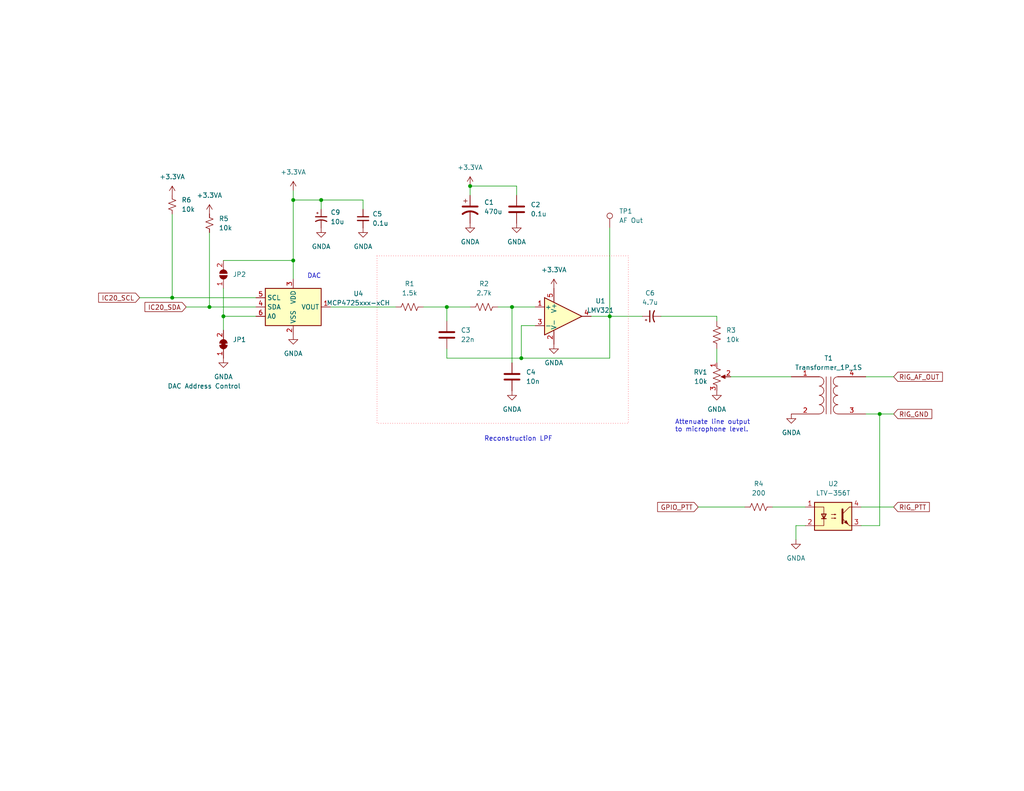
<source format=kicad_sch>
(kicad_sch (version 20230121) (generator eeschema)
  (paper "USLetter")
  (title_block (title "MicroLink - Audio Output") (date "2024-02-17") (rev "0") (company "Bruce MacKinnon KC1FSZ") (comment 1 "Copyright (C) 2024 - Not For Commercial Use"))
  (lib_symbols
    (symbol "Amplifier_Operational:LMV321" (pin_names (offset 0.127))
      (property "Reference" "U" (at 0 5.08 0))
      (property "Value" "LMV321" (at 0 -5.08 0))
      (symbol "LMV321_0_1"
        (polyline (pts (xy -5.08 5.08) (xy 5.08 0) (xy -5.08 -5.08) (xy -5.08 5.08)) (stroke (width 0.254)) (fill (type background)))
        (pin power_in line (at -2.54 -7.62 90) (length 3.81) (name "V-") (number "2"))
        (pin power_in line (at -2.54 7.62 270) (length 3.81) (name "V+") (number "5"))
      )
      (symbol "LMV321_1_1"
        (pin input line (at -7.62 2.54 0) (length 2.54) (name "+") (number "1"))
        (pin input line (at -7.62 -2.54 0) (length 2.54) (name "-") (number "3"))
        (pin output line (at 7.62 0 180) (length 2.54) (name "~") (number "4"))
      )
    )
    (symbol "Analog_DAC:MCP4725xxx-xCH"
      (property "Reference" "U" (at -6.35 6.35 0))
      (property "Value" "MCP4725xxx-xCH" (at 8.89 6.35 0))
      (symbol "MCP4725xxx-xCH_0_1"
        (rectangle (start -7.62 5.08) (end 7.62 -5.08) (stroke (width 0.254)) (fill (type background)))
      )
      (symbol "MCP4725xxx-xCH_1_1"
        (pin output line (at 10.16 0 180) (length 2.54) (name "VOUT") (number "1"))
        (pin power_in line (at 0 -7.62 90) (length 2.54) (name "VSS") (number "2"))
        (pin power_in line (at 0 7.62 270) (length 2.54) (name "VDD") (number "3"))
        (pin bidirectional line (at -10.16 0 0) (length 2.54) (name "SDA") (number "4"))
        (pin input line (at -10.16 2.54 0) (length 2.54) (name "SCL") (number "5"))
        (pin input line (at -10.16 -2.54 0) (length 2.54) (name "A0") (number "6"))
      )
    )
    (symbol "Connector:TestPoint" (pin_numbers hide) (pin_names (offset 0.762) hide)
      (property "Reference" "TP" (at 0 6.858 0))
      (property "Value" "TestPoint" (at 0 5.08 0))
      (symbol "TestPoint_0_1"
        (circle (center 0 3.302) (radius 0.762))
      )
      (symbol "TestPoint_1_1"
        (pin passive line (at 0 0 90) (length 2.54) (name "1") (number "1"))
      )
    )
    (symbol "Device:C" (pin_numbers hide) (pin_names (offset 0.254))
      (property "Reference" "C" (at 0.635 2.54 0))
      (property "Value" "C" (at 0.635 -2.54 0))
      (symbol "C_0_1"
        (polyline (pts (xy -2.032 -0.762) (xy 2.032 -0.762)) (stroke (width 0.508)))
        (polyline (pts (xy -2.032 0.762) (xy 2.032 0.762)) (stroke (width 0.508)))
      )
      (symbol "C_1_1"
        (pin passive line (at 0 3.81 270) (length 2.794) (name "~") (number "1"))
        (pin passive line (at 0 -3.81 90) (length 2.794) (name "~") (number "2"))
      )
    )
    (symbol "Device:C_Polarized_Small_US" (pin_numbers hide) (pin_names (offset 0.254) hide)
      (property "Reference" "C" (at 0.254 1.778 0))
      (property "Value" "C_Polarized_Small_US" (at 0.254 -2.032 0))
      (symbol "C_Polarized_Small_US_0_1"
        (polyline (pts (xy -1.524 0.508) (xy 1.524 0.508)) (stroke (width 0.3048)))
        (polyline (pts (xy -1.27 1.524) (xy -0.762 1.524)))
        (polyline (pts (xy -1.016 1.27) (xy -1.016 1.778)))
        (arc (start 1.524 -0.762) (mid 0 -0.3734) (end -1.524 -0.762) (stroke (width 0.3048)))
      )
      (symbol "C_Polarized_Small_US_1_1"
        (pin passive line (at 0 2.54 270) (length 2.032) (name "~") (number "1"))
        (pin passive line (at 0 -2.54 90) (length 2.032) (name "~") (number "2"))
      )
    )
    (symbol "Device:C_Polarized_US" (pin_numbers hide) (pin_names (offset 0.254) hide)
      (property "Reference" "C" (at 0.635 2.54 0))
      (property "Value" "C_Polarized_US" (at 0.635 -2.54 0))
      (symbol "C_Polarized_US_0_1"
        (polyline (pts (xy -2.032 0.762) (xy 2.032 0.762)) (stroke (width 0.508)))
        (polyline (pts (xy -1.778 2.286) (xy -0.762 2.286)))
        (polyline (pts (xy -1.27 1.778) (xy -1.27 2.794)))
        (arc (start 2.032 -1.27) (mid 0 -0.5572) (end -2.032 -1.27) (stroke (width 0.508)))
      )
      (symbol "C_Polarized_US_1_1"
        (pin passive line (at 0 3.81 270) (length 2.794) (name "~") (number "1"))
        (pin passive line (at 0 -3.81 90) (length 3.302) (name "~") (number "2"))
      )
    )
    (symbol "Device:C_Small" (pin_numbers hide) (pin_names (offset 0.254) hide)
      (property "Reference" "C" (at 0.254 1.778 0))
      (property "Value" "C_Small" (at 0.254 -2.032 0))
      (symbol "C_Small_0_1"
        (polyline (pts (xy -1.524 -0.508) (xy 1.524 -0.508)) (stroke (width 0.3302)))
        (polyline (pts (xy -1.524 0.508) (xy 1.524 0.508)) (stroke (width 0.3048)))
      )
      (symbol "C_Small_1_1"
        (pin passive line (at 0 2.54 270) (length 2.032) (name "~") (number "1"))
        (pin passive line (at 0 -2.54 90) (length 2.032) (name "~") (number "2"))
      )
    )
    (symbol "Device:R_Potentiometer_US" (pin_names (offset 1.016) hide)
      (property "Reference" "RV" (at -4.445 0 90))
      (property "Value" "R_Potentiometer_US" (at -2.54 0 90))
      (symbol "R_Potentiometer_US_0_1"
        (polyline (pts (xy 0 -2.286) (xy 0 -2.54)))
        (polyline (pts (xy 0 2.54) (xy 0 2.286)))
        (polyline (pts (xy 2.54 0) (xy 1.524 0)))
        (polyline (pts (xy 1.143 0) (xy 2.286 0.508) (xy 2.286 -0.508) (xy 1.143 0)) (fill (type outline)))
        (polyline (pts (xy 0 -0.762) (xy 1.016 -1.143) (xy 0 -1.524) (xy -1.016 -1.905) (xy 0 -2.286)))
        (polyline (pts (xy 0 0.762) (xy 1.016 0.381) (xy 0 0) (xy -1.016 -0.381) (xy 0 -0.762)))
        (polyline (pts (xy 0 2.286) (xy 1.016 1.905) (xy 0 1.524) (xy -1.016 1.143) (xy 0 0.762)))
      )
      (symbol "R_Potentiometer_US_1_1"
        (pin passive line (at 0 3.81 270) (length 1.27) (name "1") (number "1"))
        (pin passive line (at 3.81 0 180) (length 1.27) (name "2") (number "2"))
        (pin passive line (at 0 -3.81 90) (length 1.27) (name "3") (number "3"))
      )
    )
    (symbol "Device:R_Small_US" (pin_numbers hide) (pin_names (offset 0.254) hide)
      (property "Reference" "R" (at 0.762 0.508 0))
      (property "Value" "R_Small_US" (at 0.762 -1.016 0))
      (symbol "R_Small_US_1_1"
        (polyline (pts (xy 0 0) (xy 1.016 -0.381) (xy 0 -0.762) (xy -1.016 -1.143) (xy 0 -1.524)))
        (polyline (pts (xy 0 1.524) (xy 1.016 1.143) (xy 0 0.762) (xy -1.016 0.381) (xy 0 0)))
        (pin passive line (at 0 2.54 270) (length 1.016) (name "~") (number "1"))
        (pin passive line (at 0 -2.54 90) (length 1.016) (name "~") (number "2"))
      )
    )
    (symbol "Device:R_US" (pin_numbers hide) (pin_names (offset 0))
      (property "Reference" "R" (at 2.54 0 90))
      (property "Value" "R_US" (at -2.54 0 90))
      (symbol "R_US_0_1"
        (polyline (pts (xy 0 -2.286) (xy 0 -2.54)))
        (polyline (pts (xy 0 2.286) (xy 0 2.54)))
        (polyline (pts (xy 0 -0.762) (xy 1.016 -1.143) (xy 0 -1.524) (xy -1.016 -1.905) (xy 0 -2.286)))
        (polyline (pts (xy 0 0.762) (xy 1.016 0.381) (xy 0 0) (xy -1.016 -0.381) (xy 0 -0.762)))
        (polyline (pts (xy 0 2.286) (xy 1.016 1.905) (xy 0 1.524) (xy -1.016 1.143) (xy 0 0.762)))
      )
      (symbol "R_US_1_1"
        (pin passive line (at 0 3.81 270) (length 1.27) (name "~") (number "1"))
        (pin passive line (at 0 -3.81 90) (length 1.27) (name "~") (number "2"))
      )
    )
    (symbol "Device:Transformer_1P_1S" (pin_names (offset 1.016) hide)
      (property "Reference" "T" (at 0 6.35 0))
      (property "Value" "Transformer_1P_1S" (at 0 -7.62 0))
      (symbol "Transformer_1P_1S_0_1"
        (arc (start -2.54 -5.0546) (mid -1.6599 -4.6901) (end -1.27 -3.81))
        (arc (start -2.54 -2.5146) (mid -1.6599 -2.1501) (end -1.27 -1.27))
        (arc (start -2.54 0.0254) (mid -1.6599 0.3899) (end -1.27 1.27))
        (arc (start -2.54 2.5654) (mid -1.6599 2.9299) (end -1.27 3.81))
        (arc (start -1.27 -3.81) (mid -1.642 -2.912) (end -2.54 -2.54))
        (arc (start -1.27 -1.27) (mid -1.642 -0.372) (end -2.54 0))
        (arc (start -1.27 1.27) (mid -1.642 2.168) (end -2.54 2.54))
        (arc (start -1.27 3.81) (mid -1.642 4.708) (end -2.54 5.08))
        (polyline (pts (xy -0.635 5.08) (xy -0.635 -5.08)))
        (polyline (pts (xy 0.635 -5.08) (xy 0.635 5.08)))
        (arc (start 1.2954 -1.27) (mid 1.6599 -2.1501) (end 2.54 -2.5146))
        (arc (start 1.2954 1.27) (mid 1.6599 0.3899) (end 2.54 0.0254))
        (arc (start 1.2954 3.81) (mid 1.6599 2.9299) (end 2.54 2.5654))
        (arc (start 1.3208 -3.81) (mid 1.6853 -4.6901) (end 2.5654 -5.0546))
        (arc (start 2.54 0) (mid 1.642 -0.372) (end 1.2954 -1.27))
        (arc (start 2.54 2.54) (mid 1.642 2.168) (end 1.2954 1.27))
        (arc (start 2.54 5.08) (mid 1.642 4.708) (end 1.2954 3.81))
        (arc (start 2.5654 -2.54) (mid 1.6674 -2.912) (end 1.3208 -3.81))
      )
      (symbol "Transformer_1P_1S_1_1"
        (pin passive line (at -10.16 5.08 0) (length 7.62) (name "AA") (number "1"))
        (pin passive line (at -10.16 -5.08 0) (length 7.62) (name "AB") (number "2"))
        (pin passive line (at 10.16 -5.08 180) (length 7.62) (name "SA") (number "3"))
        (pin passive line (at 10.16 5.08 180) (length 7.62) (name "SB") (number "4"))
      )
    )
    (symbol "Isolator:LTV-356T" (pin_names (offset 1.016))
      (property "Reference" "U" (at -5.334 4.826 0))
      (property "Value" "LTV-356T" (at 0 5.08 0))
      (symbol "LTV-356T_0_1"
        (rectangle (start -5.08 3.81) (end 5.08 -3.81) (stroke (width 0.254)) (fill (type background)))
        (polyline (pts (xy -3.175 -0.635) (xy -1.905 -0.635)) (stroke (width 0.254)))
        (polyline (pts (xy 2.54 0.635) (xy 4.445 2.54)))
        (polyline (pts (xy 4.445 -2.54) (xy 2.54 -0.635)) (fill (type outline)))
        (polyline (pts (xy 4.445 -2.54) (xy 5.08 -2.54)))
        (polyline (pts (xy 4.445 2.54) (xy 5.08 2.54)))
        (polyline (pts (xy -5.08 2.54) (xy -2.54 2.54) (xy -2.54 -0.762)))
        (polyline (pts (xy -2.54 -0.635) (xy -2.54 -2.54) (xy -5.08 -2.54)))
        (polyline (pts (xy 2.54 1.905) (xy 2.54 -1.905) (xy 2.54 -1.905)) (stroke (width 0.508)))
        (polyline (pts (xy -2.54 -0.635) (xy -3.175 0.635) (xy -1.905 0.635) (xy -2.54 -0.635)) (stroke (width 0.254)))
        (polyline (pts (xy -0.508 -0.508) (xy 0.762 -0.508) (xy 0.381 -0.635) (xy 0.381 -0.381) (xy 0.762 -0.508)))
        (polyline (pts (xy -0.508 0.508) (xy 0.762 0.508) (xy 0.381 0.381) (xy 0.381 0.635) (xy 0.762 0.508)))
        (polyline (pts (xy 3.048 -1.651) (xy 3.556 -1.143) (xy 4.064 -2.159) (xy 3.048 -1.651) (xy 3.048 -1.651)) (fill (type outline)))
      )
      (symbol "LTV-356T_1_1"
        (pin passive line (at -7.62 2.54 0) (length 2.54) (name "~") (number "1"))
        (pin passive line (at -7.62 -2.54 0) (length 2.54) (name "~") (number "2"))
        (pin passive line (at 7.62 -2.54 180) (length 2.54) (name "~") (number "3"))
        (pin passive line (at 7.62 2.54 180) (length 2.54) (name "~") (number "4"))
      )
    )
    (symbol "Jumper:SolderJumper_2_Bridged" (pin_names (offset 0) hide)
      (property "Reference" "JP" (at 0 2.032 0))
      (property "Value" "SolderJumper_2_Bridged" (at 0 -2.54 0))
      (symbol "SolderJumper_2_Bridged_0_1"
        (rectangle (start -0.508 0.508) (end 0.508 -0.508) (fill (type outline)))
        (arc (start -0.254 1.016) (mid -1.2656 0) (end -0.254 -1.016))
        (arc (start -0.254 1.016) (mid -1.2656 0) (end -0.254 -1.016) (fill (type outline)))
        (polyline (pts (xy -0.254 1.016) (xy -0.254 -1.016)))
        (polyline (pts (xy 0.254 1.016) (xy 0.254 -1.016)))
        (arc (start 0.254 -1.016) (mid 1.2656 0) (end 0.254 1.016))
        (arc (start 0.254 -1.016) (mid 1.2656 0) (end 0.254 1.016) (fill (type outline)))
      )
      (symbol "SolderJumper_2_Bridged_1_1"
        (pin passive line (at -3.81 0 0) (length 2.54) (name "A") (number "1"))
        (pin passive line (at 3.81 0 180) (length 2.54) (name "B") (number "2"))
      )
    )
    (symbol "Jumper:SolderJumper_2_Open" (pin_names (offset 0) hide)
      (property "Reference" "JP" (at 0 2.032 0))
      (property "Value" "SolderJumper_2_Open" (at 0 -2.54 0))
      (symbol "SolderJumper_2_Open_0_1"
        (arc (start -0.254 1.016) (mid -1.2656 0) (end -0.254 -1.016))
        (arc (start -0.254 1.016) (mid -1.2656 0) (end -0.254 -1.016) (fill (type outline)))
        (polyline (pts (xy -0.254 1.016) (xy -0.254 -1.016)))
        (polyline (pts (xy 0.254 1.016) (xy 0.254 -1.016)))
        (arc (start 0.254 -1.016) (mid 1.2656 0) (end 0.254 1.016))
        (arc (start 0.254 -1.016) (mid 1.2656 0) (end 0.254 1.016) (fill (type outline)))
      )
      (symbol "SolderJumper_2_Open_1_1"
        (pin passive line (at -3.81 0 0) (length 2.54) (name "A") (number "1"))
        (pin passive line (at 3.81 0 180) (length 2.54) (name "B") (number "2"))
      )
    )
    (symbol "power:+3.3VA" (power) (pin_names (offset 0))
      (property "Value" "+3.3VA" (at 0 3.556 0))
      (symbol "+3.3VA_0_1"
        (polyline (pts (xy -0.762 1.27) (xy 0 2.54)))
        (polyline (pts (xy 0 0) (xy 0 2.54)))
        (polyline (pts (xy 0 2.54) (xy 0.762 1.27)))
      )
      (symbol "+3.3VA_1_1"
        (pin power_in line (at 0 0 90) (length 0) hide (name "+3.3VA") (number "1"))
      )
    )
    (symbol "power:GNDA" (power) (pin_names (offset 0))
      (property "Value" "GNDA" (at 0 -3.81 0))
      (symbol "GNDA_0_1"
        (polyline (pts (xy 0 0) (xy 0 -1.27) (xy 1.27 -1.27) (xy 0 -2.54) (xy -1.27 -1.27) (xy 0 -1.27)))
      )
      (symbol "GNDA_1_1"
        (pin power_in line (at 0 0 270) (length 0) hide (name "GNDA") (number "1"))
      )
    )
  )
  (junction (at 240.03 113.03))
  (junction (at 80.01 54.61))
  (junction (at 142.24 97.79))
  (junction (at 139.7 83.82))
  (junction (at 60.96 86.36))
  (junction (at 128.27 50.8))
  (junction (at 57.15 83.82))
  (junction (at 166.37 86.36))
  (junction (at 80.01 71.12))
  (junction (at 121.92 83.82))
  (junction (at 87.63 54.61))
  (junction (at 46.99 81.28))
  (wire (pts (xy 46.99 58.42) (xy 46.99 81.28)))
  (wire (pts (xy 128.27 50.8) (xy 140.97 50.8)))
  (wire (pts (xy 190.5 138.43) (xy 203.2 138.43)))
  (wire (pts (xy 166.37 62.23) (xy 166.37 86.36)))
  (wire (pts (xy 99.06 54.61) (xy 99.06 57.15)))
  (wire (pts (xy 199.39 102.87) (xy 215.9 102.87)))
  (wire (pts (xy 90.17 83.82) (xy 107.95 83.82)))
  (wire (pts (xy 121.92 83.82) (xy 121.92 87.63)))
  (wire (pts (xy 240.03 113.03) (xy 243.84 113.03)))
  (wire (pts (xy 142.24 97.79) (xy 166.37 97.79)))
  (wire (pts (xy 57.15 83.82) (xy 69.85 83.82)))
  (wire (pts (xy 166.37 97.79) (xy 166.37 86.36)))
  (wire (pts (xy 60.96 86.36) (xy 60.96 90.17)))
  (wire (pts (xy 234.95 138.43) (xy 243.84 138.43)))
  (wire (pts (xy 60.96 71.12) (xy 80.01 71.12)))
  (wire (pts (xy 128.27 50.8) (xy 128.27 53.34)))
  (wire (pts (xy 121.92 97.79) (xy 142.24 97.79)))
  (wire (pts (xy 87.63 57.15) (xy 87.63 54.61)))
  (wire (pts (xy 180.34 86.36) (xy 195.58 86.36)))
  (wire (pts (xy 166.37 86.36) (xy 175.26 86.36)))
  (wire (pts (xy 80.01 54.61) (xy 80.01 71.12)))
  (wire (pts (xy 139.7 83.82) (xy 146.05 83.82)))
  (wire (pts (xy 146.05 88.9) (xy 142.24 88.9)))
  (wire (pts (xy 139.7 83.82) (xy 139.7 99.06)))
  (wire (pts (xy 236.22 113.03) (xy 240.03 113.03)))
  (wire (pts (xy 234.95 143.51) (xy 240.03 143.51)))
  (wire (pts (xy 115.57 83.82) (xy 121.92 83.82)))
  (wire (pts (xy 57.15 63.5) (xy 57.15 83.82)))
  (wire (pts (xy 219.71 143.51) (xy 217.17 143.51)))
  (wire (pts (xy 38.1 81.28) (xy 46.99 81.28)))
  (wire (pts (xy 60.96 78.74) (xy 60.96 86.36)))
  (wire (pts (xy 80.01 52.07) (xy 80.01 54.61)))
  (wire (pts (xy 80.01 71.12) (xy 80.01 76.2)))
  (wire (pts (xy 236.22 102.87) (xy 243.84 102.87)))
  (wire (pts (xy 80.01 54.61) (xy 87.63 54.61)))
  (wire (pts (xy 121.92 95.25) (xy 121.92 97.79)))
  (wire (pts (xy 140.97 53.34) (xy 140.97 50.8)))
  (wire (pts (xy 121.92 83.82) (xy 128.27 83.82)))
  (wire (pts (xy 195.58 95.25) (xy 195.58 99.06)))
  (wire (pts (xy 195.58 86.36) (xy 195.58 87.63)))
  (wire (pts (xy 50.8 83.82) (xy 57.15 83.82)))
  (wire (pts (xy 240.03 113.03) (xy 240.03 143.51)))
  (wire (pts (xy 46.99 81.28) (xy 69.85 81.28)))
  (wire (pts (xy 166.37 86.36) (xy 161.29 86.36)))
  (wire (pts (xy 60.96 86.36) (xy 69.85 86.36)))
  (wire (pts (xy 142.24 88.9) (xy 142.24 97.79)))
  (wire (pts (xy 210.82 138.43) (xy 219.71 138.43)))
  (wire (pts (xy 217.17 143.51) (xy 217.17 147.32)))
  (wire (pts (xy 135.89 83.82) (xy 139.7 83.82)))
  (wire (pts (xy 87.63 54.61) (xy 99.06 54.61)))
  (rectangle (start 102.87 69.85) (end 171.45 115.57) (stroke (width 0) (type dot) (color 255 55 72 1)))
  (text "Reconstruction LPF" (at 132.08 120.65 0) (effects (font (size 1.27 1.27)) (justify left bottom)))
  (text "Attenuate line output\nto microphone level." (at 184.15 118.11 0) (effects (font (size 1.27 1.27)) (justify left bottom)))
  (text "DAC" (at 83.82 76.2 0) (effects (font (size 1.27 1.27)) (justify left bottom)))
  (global_label "IC20_SDA" (shape input) (at 50.8 83.82 180) (property "Intersheetrefs" "${INTERSHEET_REFS}" (effects hide)))
  (global_label "IC20_SCL" (shape input) (at 38.1 81.28 180) (property "Intersheetrefs" "${INTERSHEET_REFS}" (effects hide)))
  (global_label "RIG_AF_OUT" (shape input) (at 243.84 102.87 0) (property "Intersheetrefs" "${INTERSHEET_REFS}" (effects hide)))
  (global_label "RIG_PTT" (shape input) (at 243.84 138.43 0) (property "Intersheetrefs" "${INTERSHEET_REFS}" (effects hide)))
  (global_label "GPIO_PTT" (shape input) (at 190.5 138.43 180) (property "Intersheetrefs" "${INTERSHEET_REFS}" (effects hide)))
  (global_label "RIG_GND" (shape input) (at 243.84 113.03 0) (property "Intersheetrefs" "${INTERSHEET_REFS}" (effects hide)))
  (symbol (lib_id "power:GNDA") (at 195.58 106.68 0) (unit 1)
    (property "Reference" "#PWR07" (effects hide))
    (property "Value" "GNDA" (at 195.58 111.76 0))
  )
  (symbol (lib_id "power:+3.3VA") (at 57.15 58.42 0) (unit 1)
    (property "Reference" "#PWR019" (effects hide))
    (property "Value" "+3.3VA" (at 57.15 53.34 0))
  )
  (symbol (lib_id "Amplifier_Operational:LMV321") (at 153.67 86.36 0) (unit 1)
    (property "Reference" "U1" (at 163.83 82.1691 0))
    (property "Value" "LMV321" (at 163.83 84.7091 0))
    (property "Datasheet" "http://www.ti.com/lit/ds/symlink/lmv324.pdf" (effects hide))
  )
  (symbol (lib_id "power:GNDA") (at 217.17 147.32 0) (unit 1)
    (property "Reference" "#PWR09" (effects hide))
    (property "Value" "GNDA" (at 217.17 152.4 0))
  )
  (symbol (lib_id "power:+3.3VA") (at 151.13 78.74 0) (unit 1)
    (property "Reference" "#PWR05" (effects hide))
    (property "Value" "+3.3VA" (at 151.13 73.66 0))
  )
  (symbol (lib_id "power:GNDA") (at 87.63 62.23 0) (unit 1)
    (property "Reference" "#PWR017" (effects hide))
    (property "Value" "GNDA" (at 87.63 67.31 0))
  )
  (symbol (lib_id "power:GNDA") (at 140.97 60.96 0) (unit 1)
    (property "Reference" "#PWR03" (effects hide))
    (property "Value" "GNDA" (at 140.97 66.04 0))
  )
  (symbol (lib_id "Connector:TestPoint") (at 166.37 62.23 0) (unit 1)
    (property "Reference" "TP1" (at 168.91 57.658 0) (effects (justify left)))
    (property "Value" "AF Out" (at 168.91 60.198 0) (effects (justify left)))
  )
  (symbol (lib_id "Device:C_Polarized_Small_US") (at 177.8 86.36 90) (unit 1)
    (property "Reference" "C6" (at 177.3682 80.01 90))
    (property "Value" "4.7u" (at 177.3682 82.55 90))
    (property "Footprint" "Capacitor_SMD:CP_Elec_8x10" (effects hide))
  )
  (symbol (lib_id "Isolator:LTV-356T") (at 227.33 140.97 0) (unit 1)
    (property "Reference" "U2" (at 227.33 132.08 0))
    (property "Value" "LTV-356T" (at 227.33 134.62 0))
    (property "Footprint" "Package_SO:SO-4_4.4x3.6mm_P2.54mm" (effects hide))
    (property "Datasheet" "http://optoelectronics.liteon.com/upload/download/DS70-2001-010/S_110_LTV-356T%2020140520.pdf" (effects hide))
  )
  (symbol (lib_id "power:+3.3VA") (at 46.99 53.34 0) (unit 1)
    (property "Reference" "#PWR018" (effects hide))
    (property "Value" "+3.3VA" (at 46.99 48.26 0))
  )
  (symbol (lib_id "Device:R_Small_US") (at 46.99 55.88 0) (unit 1)
    (property "Reference" "R6" (at 49.53 54.61 0) (effects (justify left)))
    (property "Value" "10k" (at 49.53 57.15 0) (effects (justify left)))
    (property "Footprint" "Resistor_SMD:R_0805_2012Metric_Pad1.20x1.40mm_HandSolder" (effects hide))
  )
  (symbol (lib_id "power:GNDA") (at 128.27 60.96 0) (unit 1)
    (property "Reference" "#PWR02" (effects hide))
    (property "Value" "GNDA" (at 128.27 66.04 0))
  )
  (symbol (lib_id "Device:C_Small") (at 99.06 59.69 0) (unit 1)
    (property "Reference" "C5" (at 101.6 58.4263 0) (effects (justify left)))
    (property "Value" "0.1u" (at 101.6 60.9663 0) (effects (justify left)))
    (property "Footprint" "Capacitor_SMD:C_0805_2012Metric_Pad1.18x1.45mm_HandSolder" (effects hide))
  )
  (symbol (lib_id "Device:R_Small_US") (at 57.15 60.96 0) (unit 1)
    (property "Reference" "R5" (at 59.69 59.69 0) (effects (justify left)))
    (property "Value" "10k" (at 59.69 62.23 0) (effects (justify left)))
    (property "Footprint" "Resistor_SMD:R_0805_2012Metric_Pad1.20x1.40mm_HandSolder" (effects hide))
  )
  (symbol (lib_id "power:GNDA") (at 215.9 113.03 0) (unit 1)
    (property "Reference" "#PWR08" (effects hide))
    (property "Value" "GNDA" (at 215.9 118.11 0))
  )
  (symbol (lib_id "Jumper:SolderJumper_2_Open") (at 60.96 74.93 90) (unit 1)
    (property "Reference" "JP2" (at 63.5 74.93 90) (effects (justify right)))
    (property "Value" "SolderJumper_2_Open" (effects hide))
    (property "Footprint" "Jumper:SolderJumper-2_P1.3mm_Open_Pad1.0x1.5mm" (effects hide))
  )
  (symbol (lib_id "Device:C") (at 139.7 102.87 0) (unit 1)
    (property "Reference" "C4" (at 143.51 101.6 0) (effects (justify left)))
    (property "Value" "10n" (at 143.51 104.14 0) (effects (justify left)))
    (property "Footprint" "Capacitor_SMD:C_0805_2012Metric_Pad1.18x1.45mm_HandSolder" (effects hide))
  )
  (symbol (lib_id "Device:R_US") (at 207.01 138.43 90) (unit 1)
    (property "Reference" "R4" (at 207.01 132.08 90))
    (property "Value" "200" (at 207.01 134.62 90))
    (property "Footprint" "Resistor_SMD:R_0805_2012Metric_Pad1.20x1.40mm_HandSolder" (effects hide))
  )
  (symbol (lib_id "Device:R_Potentiometer_US") (at 195.58 102.87 0) (unit 1)
    (property "Reference" "RV1" (at 193.04 101.6 0) (effects (justify right)))
    (property "Value" "10k" (at 193.04 104.14 0) (effects (justify right)))
  )
  (symbol (lib_id "Device:R_US") (at 111.76 83.82 270) (unit 1)
    (property "Reference" "R1" (at 111.76 77.47 90))
    (property "Value" "1.5k" (at 111.76 80.01 90))
    (property "Footprint" "Resistor_SMD:R_0805_2012Metric_Pad1.20x1.40mm_HandSolder" (effects hide))
  )
  (symbol (lib_id "power:+3.3VA") (at 128.27 50.8 0) (unit 1)
    (property "Reference" "#PWR01" (effects hide))
    (property "Value" "+3.3VA" (at 128.27 45.72 0))
  )
  (symbol (lib_id "Device:R_US") (at 195.58 91.44 0) (unit 1)
    (property "Reference" "R3" (at 198.12 90.17 0) (effects (justify left)))
    (property "Value" "10k" (at 198.12 92.71 0) (effects (justify left)))
    (property "Footprint" "Resistor_SMD:R_0805_2012Metric_Pad1.20x1.40mm_HandSolder" (effects hide))
  )
  (symbol (lib_id "Device:C_Polarized_US") (at 128.27 57.15 0) (unit 1)
    (property "Reference" "C1" (at 132.08 55.245 0) (effects (justify left)))
    (property "Value" "470u" (at 132.08 57.785 0) (effects (justify left)))
    (property "Footprint" "Capacitor_SMD:CP_Elec_8x10" (effects hide))
  )
  (symbol (lib_id "Jumper:SolderJumper_2_Bridged") (at 60.96 93.98 90) (unit 1)
    (property "Reference" "JP1" (at 63.5 92.71 90) (effects (justify right)))
    (property "Value" "DAC Address Control" (at 45.72 105.41 90) (effects (justify right)))
    (property "Footprint" "Jumper:SolderJumper-2_P1.3mm_Bridged_Pad1.0x1.5mm" (effects hide))
  )
  (symbol (lib_id "Device:R_US") (at 132.08 83.82 90) (unit 1)
    (property "Reference" "R2" (at 132.08 77.47 90))
    (property "Value" "2.7k" (at 132.08 80.01 90))
    (property "Footprint" "Resistor_SMD:R_0805_2012Metric_Pad1.20x1.40mm_HandSolder" (effects hide))
  )
  (symbol (lib_id "power:+3.3VA") (at 80.01 52.07 0) (unit 1)
    (property "Reference" "#PWR011" (effects hide))
    (property "Value" "+3.3VA" (at 80.01 46.99 0))
  )
  (symbol (lib_id "power:GNDA") (at 139.7 106.68 0) (unit 1)
    (property "Reference" "#PWR04" (effects hide))
    (property "Value" "GNDA" (at 139.7 111.76 0))
  )
  (symbol (lib_id "power:GNDA") (at 151.13 93.98 0) (unit 1)
    (property "Reference" "#PWR06" (effects hide))
    (property "Value" "GNDA" (at 151.13 99.06 0))
  )
  (symbol (lib_id "Analog_DAC:MCP4725xxx-xCH") (at 80.01 83.82 0) (unit 1)
    (property "Reference" "U4" (at 97.79 80.1721 0))
    (property "Value" "MCP4725xxx-xCH" (at 97.79 82.7121 0))
    (property "Footprint" "Package_TO_SOT_SMD:SOT-23-6" (effects hide))
    (property "Datasheet" "http://ww1.microchip.com/downloads/en/DeviceDoc/22039d.pdf" (effects hide))
  )
  (symbol (lib_id "Device:Transformer_1P_1S") (at 226.06 107.95 0) (unit 1)
    (property "Reference" "T1" (at 226.0727 97.79 0))
    (property "Value" "Transformer_1P_1S" (at 226.0727 100.33 0))
  )
  (symbol (lib_id "Device:C") (at 140.97 57.15 0) (unit 1)
    (property "Reference" "C2" (at 144.78 55.88 0) (effects (justify left)))
    (property "Value" "0.1u" (at 144.78 58.42 0) (effects (justify left)))
    (property "Footprint" "Capacitor_SMD:C_0805_2012Metric_Pad1.18x1.45mm_HandSolder" (effects hide))
  )
  (symbol (lib_id "power:GNDA") (at 80.01 91.44 0) (unit 1)
    (property "Reference" "#PWR010" (effects hide))
    (property "Value" "GNDA" (at 80.01 96.52 0))
  )
  (symbol (lib_id "Device:C") (at 121.92 91.44 0) (unit 1)
    (property "Reference" "C3" (at 125.73 90.17 0) (effects (justify left)))
    (property "Value" "22n" (at 125.73 92.71 0) (effects (justify left)))
    (property "Footprint" "Capacitor_SMD:C_0805_2012Metric_Pad1.18x1.45mm_HandSolder" (effects hide))
  )
  (symbol (lib_id "power:GNDA") (at 60.96 97.79 0) (unit 1)
    (property "Reference" "#PWR013" (effects hide))
    (property "Value" "GNDA" (at 60.96 102.87 0))
  )
  (symbol (lib_id "power:GNDA") (at 99.06 62.23 0) (unit 1)
    (property "Reference" "#PWR012" (effects hide))
    (property "Value" "GNDA" (at 99.06 67.31 0))
  )
  (symbol (lib_id "Device:C_Polarized_Small_US") (at 87.63 59.69 0) (unit 1)
    (property "Reference" "C9" (at 90.17 57.9882 0) (effects (justify left)))
    (property "Value" "10u" (at 90.17 60.5282 0) (effects (justify left)))
    (property "Footprint" "Capacitor_SMD:CP_Elec_8x10" (effects hide))
  )
)
</source>
